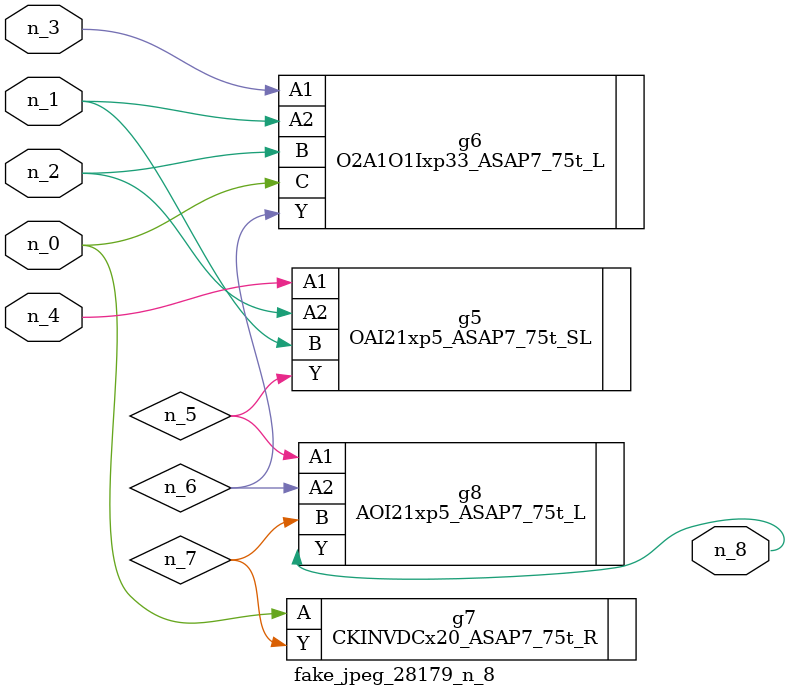
<source format=v>
module fake_jpeg_28179_n_8 (n_3, n_2, n_1, n_0, n_4, n_8);

input n_3;
input n_2;
input n_1;
input n_0;
input n_4;

output n_8;

wire n_6;
wire n_5;
wire n_7;

OAI21xp5_ASAP7_75t_SL g5 ( 
.A1(n_4),
.A2(n_2),
.B(n_1),
.Y(n_5)
);

O2A1O1Ixp33_ASAP7_75t_L g6 ( 
.A1(n_3),
.A2(n_1),
.B(n_2),
.C(n_0),
.Y(n_6)
);

CKINVDCx20_ASAP7_75t_R g7 ( 
.A(n_0),
.Y(n_7)
);

AOI21xp5_ASAP7_75t_L g8 ( 
.A1(n_5),
.A2(n_6),
.B(n_7),
.Y(n_8)
);


endmodule
</source>
